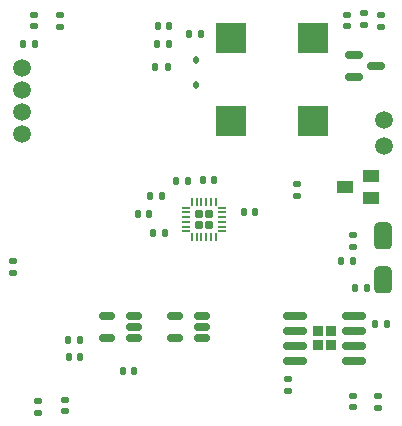
<source format=gbr>
%TF.GenerationSoftware,KiCad,Pcbnew,7.0.10*%
%TF.CreationDate,2024-12-04T12:38:22+05:30*%
%TF.ProjectId,Watch_v3,57617463-685f-4763-932e-6b696361645f,Watch_v3*%
%TF.SameCoordinates,Original*%
%TF.FileFunction,Paste,Bot*%
%TF.FilePolarity,Positive*%
%FSLAX46Y46*%
G04 Gerber Fmt 4.6, Leading zero omitted, Abs format (unit mm)*
G04 Created by KiCad (PCBNEW 7.0.10) date 2024-12-04 12:38:22*
%MOMM*%
%LPD*%
G01*
G04 APERTURE LIST*
G04 Aperture macros list*
%AMRoundRect*
0 Rectangle with rounded corners*
0 $1 Rounding radius*
0 $2 $3 $4 $5 $6 $7 $8 $9 X,Y pos of 4 corners*
0 Add a 4 corners polygon primitive as box body*
4,1,4,$2,$3,$4,$5,$6,$7,$8,$9,$2,$3,0*
0 Add four circle primitives for the rounded corners*
1,1,$1+$1,$2,$3*
1,1,$1+$1,$4,$5*
1,1,$1+$1,$6,$7*
1,1,$1+$1,$8,$9*
0 Add four rect primitives between the rounded corners*
20,1,$1+$1,$2,$3,$4,$5,0*
20,1,$1+$1,$4,$5,$6,$7,0*
20,1,$1+$1,$6,$7,$8,$9,0*
20,1,$1+$1,$8,$9,$2,$3,0*%
%AMFreePoly0*
4,1,14,0.088284,0.363284,0.100000,0.335000,0.100000,-0.335000,0.088284,-0.363284,0.060000,-0.375000,-0.060000,-0.375000,-0.088284,-0.363284,-0.100000,-0.335000,-0.100000,0.238431,-0.088284,0.266715,0.008285,0.363284,0.036569,0.375000,0.060000,0.375000,0.088284,0.363284,0.088284,0.363284,$1*%
%AMFreePoly1*
4,1,14,-0.008285,0.363284,0.088284,0.266715,0.100000,0.238431,0.100000,-0.335000,0.088284,-0.363284,0.060000,-0.375000,-0.060000,-0.375000,-0.088284,-0.363284,-0.100000,-0.335000,-0.100000,0.335000,-0.088284,0.363284,-0.060000,0.375000,-0.036569,0.375000,-0.008285,0.363284,-0.008285,0.363284,$1*%
%AMFreePoly2*
4,1,14,0.363284,0.088284,0.375000,0.060000,0.375000,-0.060000,0.363284,-0.088284,0.335000,-0.100000,-0.238431,-0.100000,-0.266715,-0.088284,-0.363284,0.008285,-0.375000,0.036569,-0.375000,0.060000,-0.363284,0.088284,-0.335000,0.100000,0.335000,0.100000,0.363284,0.088284,0.363284,0.088284,$1*%
%AMFreePoly3*
4,1,14,0.363284,0.088284,0.375000,0.060000,0.375000,-0.060000,0.363284,-0.088284,0.335000,-0.100000,-0.335000,-0.100000,-0.363284,-0.088284,-0.375000,-0.060000,-0.375000,-0.036569,-0.363284,-0.008285,-0.266715,0.088284,-0.238431,0.100000,0.335000,0.100000,0.363284,0.088284,0.363284,0.088284,$1*%
%AMFreePoly4*
4,1,14,0.088284,0.363284,0.100000,0.335000,0.100000,-0.238431,0.088284,-0.266715,-0.008285,-0.363284,-0.036569,-0.375000,-0.060000,-0.375000,-0.088284,-0.363284,-0.100000,-0.335000,-0.100000,0.335000,-0.088284,0.363284,-0.060000,0.375000,0.060000,0.375000,0.088284,0.363284,0.088284,0.363284,$1*%
%AMFreePoly5*
4,1,14,0.088284,0.363284,0.100000,0.335000,0.100000,-0.335000,0.088284,-0.363284,0.060000,-0.375000,0.036569,-0.375000,0.008285,-0.363284,-0.088284,-0.266715,-0.100000,-0.238431,-0.100000,0.335000,-0.088284,0.363284,-0.060000,0.375000,0.060000,0.375000,0.088284,0.363284,0.088284,0.363284,$1*%
%AMFreePoly6*
4,1,14,0.266715,0.088284,0.363284,-0.008285,0.375000,-0.036569,0.375000,-0.060000,0.363284,-0.088284,0.335000,-0.100000,-0.335000,-0.100000,-0.363284,-0.088284,-0.375000,-0.060000,-0.375000,0.060000,-0.363284,0.088284,-0.335000,0.100000,0.238431,0.100000,0.266715,0.088284,0.266715,0.088284,$1*%
%AMFreePoly7*
4,1,14,0.363284,0.088284,0.375000,0.060000,0.375000,0.036569,0.363284,0.008285,0.266715,-0.088284,0.238431,-0.100000,-0.335000,-0.100000,-0.363284,-0.088284,-0.375000,-0.060000,-0.375000,0.060000,-0.363284,0.088284,-0.335000,0.100000,0.335000,0.100000,0.363284,0.088284,0.363284,0.088284,$1*%
G04 Aperture macros list end*
%ADD10R,1.400000X1.000000*%
%ADD11RoundRect,0.135000X0.185000X-0.135000X0.185000X0.135000X-0.185000X0.135000X-0.185000X-0.135000X0*%
%ADD12RoundRect,0.140000X0.170000X-0.140000X0.170000X0.140000X-0.170000X0.140000X-0.170000X-0.140000X0*%
%ADD13RoundRect,0.140000X-0.170000X0.140000X-0.170000X-0.140000X0.170000X-0.140000X0.170000X0.140000X0*%
%ADD14RoundRect,0.135000X-0.135000X-0.185000X0.135000X-0.185000X0.135000X0.185000X-0.135000X0.185000X0*%
%ADD15RoundRect,0.140000X-0.140000X-0.170000X0.140000X-0.170000X0.140000X0.170000X-0.140000X0.170000X0*%
%ADD16R,2.500000X2.500000*%
%ADD17RoundRect,0.140000X0.140000X0.170000X-0.140000X0.170000X-0.140000X-0.170000X0.140000X-0.170000X0*%
%ADD18RoundRect,0.135000X-0.185000X0.135000X-0.185000X-0.135000X0.185000X-0.135000X0.185000X0.135000X0*%
%ADD19RoundRect,0.135000X0.135000X0.185000X-0.135000X0.185000X-0.135000X-0.185000X0.135000X-0.185000X0*%
%ADD20RoundRect,0.150000X0.825000X0.150000X-0.825000X0.150000X-0.825000X-0.150000X0.825000X-0.150000X0*%
%ADD21RoundRect,0.232500X0.232500X0.232500X-0.232500X0.232500X-0.232500X-0.232500X0.232500X-0.232500X0*%
%ADD22RoundRect,0.381000X0.381000X-0.762000X0.381000X0.762000X-0.381000X0.762000X-0.381000X-0.762000X0*%
%ADD23C,1.500000*%
%ADD24RoundRect,0.150000X0.512500X0.150000X-0.512500X0.150000X-0.512500X-0.150000X0.512500X-0.150000X0*%
%ADD25RoundRect,0.112500X-0.112500X0.187500X-0.112500X-0.187500X0.112500X-0.187500X0.112500X0.187500X0*%
%ADD26RoundRect,0.150000X-0.587500X-0.150000X0.587500X-0.150000X0.587500X0.150000X-0.587500X0.150000X0*%
%ADD27FreePoly0,90.000000*%
%ADD28RoundRect,0.050000X0.325000X-0.050000X0.325000X0.050000X-0.325000X0.050000X-0.325000X-0.050000X0*%
%ADD29FreePoly1,90.000000*%
%ADD30FreePoly2,90.000000*%
%ADD31RoundRect,0.050000X0.050000X-0.325000X0.050000X0.325000X-0.050000X0.325000X-0.050000X-0.325000X0*%
%ADD32FreePoly3,90.000000*%
%ADD33FreePoly4,90.000000*%
%ADD34FreePoly5,90.000000*%
%ADD35FreePoly6,90.000000*%
%ADD36FreePoly7,90.000000*%
%ADD37RoundRect,0.160000X0.160000X-0.195000X0.160000X0.195000X-0.160000X0.195000X-0.160000X-0.195000X0*%
G04 APERTURE END LIST*
D10*
%TO.C,Q4*%
X161850000Y-84900000D03*
X161850000Y-86800000D03*
X159650000Y-85850000D03*
%TD*%
D11*
%TO.C,R21*%
X162700000Y-72295000D03*
X162700000Y-71275000D03*
%TD*%
D12*
%TO.C,C12*%
X161275000Y-72110000D03*
X161275000Y-71150000D03*
%TD*%
D13*
%TO.C,C25*%
X159875000Y-71295000D03*
X159875000Y-72255000D03*
%TD*%
D14*
%TO.C,R29*%
X146505000Y-72925000D03*
X147525000Y-72925000D03*
%TD*%
%TO.C,R14*%
X143630000Y-75700000D03*
X144650000Y-75700000D03*
%TD*%
%TO.C,R35*%
X143780000Y-73775000D03*
X144800000Y-73775000D03*
%TD*%
D15*
%TO.C,C9*%
X143820000Y-72225000D03*
X144780000Y-72225000D03*
%TD*%
D16*
%TO.C,LS1*%
X149987500Y-80225000D03*
X149987500Y-73225000D03*
X156987500Y-80225000D03*
X156987500Y-73225000D03*
%TD*%
D17*
%TO.C,C11*%
X133410000Y-73775000D03*
X132450000Y-73775000D03*
%TD*%
D11*
%TO.C,R22*%
X135525000Y-72270000D03*
X135525000Y-71250000D03*
%TD*%
D13*
%TO.C,C26*%
X133375000Y-71240000D03*
X133375000Y-72200000D03*
%TD*%
D17*
%TO.C,C10*%
X161500000Y-94425000D03*
X160540000Y-94425000D03*
%TD*%
%TO.C,C3*%
X137225000Y-98800000D03*
X136265000Y-98800000D03*
%TD*%
D15*
%TO.C,C2*%
X137250000Y-100225000D03*
X136290000Y-100225000D03*
%TD*%
D18*
%TO.C,R24*%
X133675000Y-103930000D03*
X133675000Y-104950000D03*
%TD*%
D13*
%TO.C,C28*%
X136000000Y-103890000D03*
X136000000Y-104850000D03*
%TD*%
D17*
%TO.C,C17*%
X141810000Y-101400000D03*
X140850000Y-101400000D03*
%TD*%
D19*
%TO.C,R7*%
X163270000Y-97475000D03*
X162250000Y-97475000D03*
%TD*%
D12*
%TO.C,C27*%
X160325000Y-104460000D03*
X160325000Y-103500000D03*
%TD*%
D18*
%TO.C,R23*%
X162500000Y-103530000D03*
X162500000Y-104550000D03*
%TD*%
%TO.C,R34*%
X131600000Y-92080000D03*
X131600000Y-93100000D03*
%TD*%
D17*
%TO.C,C18*%
X146350000Y-85325000D03*
X145390000Y-85325000D03*
%TD*%
D15*
%TO.C,C21*%
X147615000Y-85250000D03*
X148575000Y-85250000D03*
%TD*%
D18*
%TO.C,R5*%
X154875000Y-102115000D03*
X154875000Y-103135000D03*
%TD*%
D20*
%TO.C,U3*%
X155475000Y-96745000D03*
X155475000Y-98015000D03*
X155475000Y-99285000D03*
X155475000Y-100555000D03*
X160425000Y-100555000D03*
X160425000Y-99285000D03*
X160425000Y-98015000D03*
X160425000Y-96745000D03*
D21*
X157375000Y-98075000D03*
X157375000Y-99225000D03*
X158525000Y-98075000D03*
X158525000Y-99225000D03*
%TD*%
D11*
%TO.C,R16*%
X160325000Y-89890000D03*
X160325000Y-90910000D03*
%TD*%
D22*
%TO.C,J2*%
X162900000Y-89975000D03*
X162900000Y-93725000D03*
%TD*%
D15*
%TO.C,C23*%
X151115000Y-88000000D03*
X152075000Y-88000000D03*
%TD*%
D23*
%TO.C,M1*%
X162975000Y-82400000D03*
X162975000Y-80150000D03*
%TD*%
D24*
%TO.C,U1*%
X141787500Y-96750000D03*
X141787500Y-97700000D03*
X141787500Y-98650000D03*
X139512500Y-98650000D03*
X139512500Y-96750000D03*
%TD*%
D25*
%TO.C,D7*%
X147075000Y-75100000D03*
X147075000Y-77200000D03*
%TD*%
D17*
%TO.C,C22*%
X143075000Y-88150000D03*
X142115000Y-88150000D03*
%TD*%
D19*
%TO.C,R18*%
X144400000Y-89725000D03*
X143380000Y-89725000D03*
%TD*%
D24*
%TO.C,U2*%
X147537500Y-96750000D03*
X147537500Y-97700000D03*
X147537500Y-98650000D03*
X145262500Y-98650000D03*
X145262500Y-96750000D03*
%TD*%
D19*
%TO.C,R17*%
X160385000Y-92100000D03*
X159365000Y-92100000D03*
%TD*%
D26*
%TO.C,Q5*%
X160425000Y-76550000D03*
X160425000Y-74650000D03*
X162300000Y-75600000D03*
%TD*%
D14*
%TO.C,R36*%
X143205000Y-86600000D03*
X144225000Y-86600000D03*
%TD*%
D27*
%TO.C,U6*%
X149225000Y-89600000D03*
D28*
X149225000Y-89200000D03*
X149225000Y-88800000D03*
X149225000Y-88400000D03*
X149225000Y-88000000D03*
D29*
X149225000Y-87600000D03*
D30*
X148725000Y-87100000D03*
D31*
X148325000Y-87100000D03*
X147925000Y-87100000D03*
X147525000Y-87100000D03*
X147125000Y-87100000D03*
D32*
X146725000Y-87100000D03*
D33*
X146225000Y-87600000D03*
D28*
X146225000Y-88000000D03*
X146225000Y-88400000D03*
X146225000Y-88800000D03*
X146225000Y-89200000D03*
D34*
X146225000Y-89600000D03*
D35*
X146725000Y-90100000D03*
D31*
X147125000Y-90100000D03*
X147525000Y-90100000D03*
X147925000Y-90100000D03*
X148325000Y-90100000D03*
D36*
X148725000Y-90100000D03*
D37*
X148125000Y-88160000D03*
X147325000Y-88160000D03*
X148125000Y-89040000D03*
X147325000Y-89040000D03*
%TD*%
D18*
%TO.C,R15*%
X155625000Y-85580000D03*
X155625000Y-86600000D03*
%TD*%
D23*
%TO.C,J5*%
X132300000Y-81325000D03*
X132300000Y-79475000D03*
X132300000Y-77625000D03*
X132300000Y-75775000D03*
%TD*%
M02*

</source>
